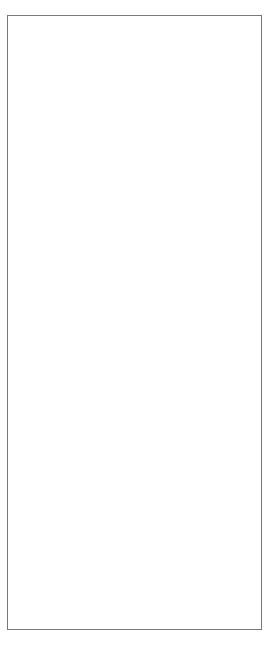
<source format=gbr>
%TF.GenerationSoftware,KiCad,Pcbnew,8.0.6*%
%TF.CreationDate,2024-10-21T23:56:12-04:00*%
%TF.ProjectId,Hackpad,4861636b-7061-4642-9e6b-696361645f70,rev?*%
%TF.SameCoordinates,Original*%
%TF.FileFunction,Profile,NP*%
%FSLAX46Y46*%
G04 Gerber Fmt 4.6, Leading zero omitted, Abs format (unit mm)*
G04 Created by KiCad (PCBNEW 8.0.6) date 2024-10-21 23:56:12*
%MOMM*%
%LPD*%
G01*
G04 APERTURE LIST*
%TA.AperFunction,Profile*%
%ADD10C,0.050000*%
%TD*%
G04 APERTURE END LIST*
D10*
X145500000Y-56000000D02*
X167000000Y-56000000D01*
X167000000Y-108000000D01*
X145500000Y-108000000D01*
X145500000Y-56000000D01*
M02*

</source>
